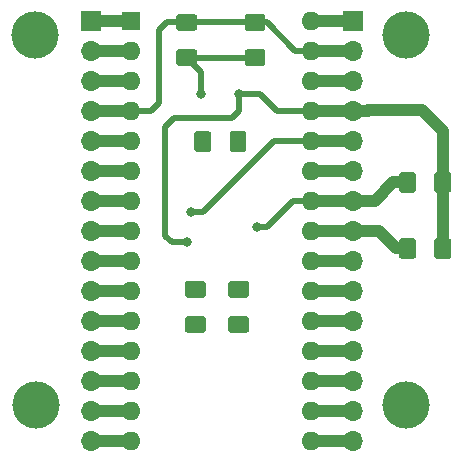
<source format=gbr>
G04 #@! TF.GenerationSoftware,KiCad,Pcbnew,5.0.1-33cea8e~68~ubuntu18.04.1*
G04 #@! TF.CreationDate,2018-11-12T21:08:02+01:00*
G04 #@! TF.ProjectId,ustepper_nano,75737465707065725F6E616E6F2E6B69,rev?*
G04 #@! TF.SameCoordinates,Original*
G04 #@! TF.FileFunction,Copper,L1,Top,Signal*
G04 #@! TF.FilePolarity,Positive*
%FSLAX46Y46*%
G04 Gerber Fmt 4.6, Leading zero omitted, Abs format (unit mm)*
G04 Created by KiCad (PCBNEW 5.0.1-33cea8e~68~ubuntu18.04.1) date lun 12 nov 2018 21:08:02 CET*
%MOMM*%
%LPD*%
G01*
G04 APERTURE LIST*
G04 #@! TA.AperFunction,ComponentPad*
%ADD10O,1.700000X1.700000*%
G04 #@! TD*
G04 #@! TA.AperFunction,ComponentPad*
%ADD11R,1.700000X1.700000*%
G04 #@! TD*
G04 #@! TA.AperFunction,ComponentPad*
%ADD12R,1.600000X1.600000*%
G04 #@! TD*
G04 #@! TA.AperFunction,ComponentPad*
%ADD13O,1.600000X1.600000*%
G04 #@! TD*
G04 #@! TA.AperFunction,Conductor*
%ADD14C,0.100000*%
G04 #@! TD*
G04 #@! TA.AperFunction,SMDPad,CuDef*
%ADD15C,1.425000*%
G04 #@! TD*
G04 #@! TA.AperFunction,ViaPad*
%ADD16C,4.000000*%
G04 #@! TD*
G04 #@! TA.AperFunction,ViaPad*
%ADD17C,0.800000*%
G04 #@! TD*
G04 #@! TA.AperFunction,Conductor*
%ADD18C,1.000000*%
G04 #@! TD*
G04 #@! TA.AperFunction,Conductor*
%ADD19C,0.500000*%
G04 #@! TD*
G04 #@! TA.AperFunction,Conductor*
%ADD20C,0.250000*%
G04 #@! TD*
G04 APERTURE END LIST*
D10*
G04 #@! TO.P,J7,15*
G04 #@! TO.N,D13-MS3*
X153583200Y-87948400D03*
G04 #@! TO.P,J7,14*
G04 #@! TO.N,17-3V3*
X153583200Y-85408400D03*
G04 #@! TO.P,J7,13*
G04 #@! TO.N,18-AREF*
X153583200Y-82868400D03*
G04 #@! TO.P,J7,12*
G04 #@! TO.N,A0-*
X153583200Y-80328400D03*
G04 #@! TO.P,J7,11*
G04 #@! TO.N,A1-*
X153583200Y-77788400D03*
G04 #@! TO.P,J7,10*
G04 #@! TO.N,A2-*
X153583200Y-75248400D03*
G04 #@! TO.P,J7,9*
G04 #@! TO.N,A3-*
X153583200Y-72708400D03*
G04 #@! TO.P,J7,8*
G04 #@! TO.N,A4-SDA*
X153583200Y-70168400D03*
G04 #@! TO.P,J7,7*
G04 #@! TO.N,A5-SCL*
X153583200Y-67628400D03*
G04 #@! TO.P,J7,6*
G04 #@! TO.N,A6-TEMP*
X153583200Y-65088400D03*
G04 #@! TO.P,J7,5*
G04 #@! TO.N,A7-ASA*
X153583200Y-62548400D03*
G04 #@! TO.P,J7,4*
G04 #@! TO.N,27-5V*
X153583200Y-60008400D03*
G04 #@! TO.P,J7,3*
G04 #@! TO.N,28-RST*
X153583200Y-57468400D03*
G04 #@! TO.P,J7,2*
G04 #@! TO.N,29-GND*
X153583200Y-54928400D03*
D11*
G04 #@! TO.P,J7,1*
G04 #@! TO.N,30-VIN*
X153583200Y-52388400D03*
G04 #@! TD*
D12*
G04 #@! TO.P,A2,1*
G04 #@! TO.N,D1-TXD*
X134716000Y-52400000D03*
D13*
G04 #@! TO.P,A2,17*
G04 #@! TO.N,17-3V3*
X149956000Y-85420000D03*
G04 #@! TO.P,A2,2*
G04 #@! TO.N,D0-RXD*
X134716000Y-54940000D03*
G04 #@! TO.P,A2,18*
G04 #@! TO.N,18-AREF*
X149956000Y-82880000D03*
G04 #@! TO.P,A2,3*
G04 #@! TO.N,3-RST*
X134716000Y-57480000D03*
G04 #@! TO.P,A2,19*
G04 #@! TO.N,A0-*
X149956000Y-80340000D03*
G04 #@! TO.P,A2,4*
G04 #@! TO.N,29-GND*
X134716000Y-60020000D03*
G04 #@! TO.P,A2,20*
G04 #@! TO.N,A1-*
X149956000Y-77800000D03*
G04 #@! TO.P,A2,5*
G04 #@! TO.N,D2-*
X134716000Y-62560000D03*
G04 #@! TO.P,A2,21*
G04 #@! TO.N,A2-*
X149956000Y-75260000D03*
G04 #@! TO.P,A2,6*
G04 #@! TO.N,D3-*
X134716000Y-65100000D03*
G04 #@! TO.P,A2,22*
G04 #@! TO.N,A3-*
X149956000Y-72720000D03*
G04 #@! TO.P,A2,7*
G04 #@! TO.N,D4-STEP*
X134716000Y-67640000D03*
G04 #@! TO.P,A2,23*
G04 #@! TO.N,A4-SDA*
X149956000Y-70180000D03*
G04 #@! TO.P,A2,8*
G04 #@! TO.N,D5-*
X134716000Y-70180000D03*
G04 #@! TO.P,A2,24*
G04 #@! TO.N,A5-SCL*
X149956000Y-67640000D03*
G04 #@! TO.P,A2,9*
G04 #@! TO.N,D6-*
X134716000Y-72720000D03*
G04 #@! TO.P,A2,25*
G04 #@! TO.N,A6-TEMP*
X149956000Y-65100000D03*
G04 #@! TO.P,A2,10*
G04 #@! TO.N,D7-DIR*
X134716000Y-75260000D03*
G04 #@! TO.P,A2,26*
G04 #@! TO.N,A7-ASA*
X149956000Y-62560000D03*
G04 #@! TO.P,A2,11*
G04 #@! TO.N,D8-ENA*
X134716000Y-77800000D03*
G04 #@! TO.P,A2,27*
G04 #@! TO.N,27-5V*
X149956000Y-60020000D03*
G04 #@! TO.P,A2,12*
G04 #@! TO.N,D9-*
X134716000Y-80340000D03*
G04 #@! TO.P,A2,28*
G04 #@! TO.N,28-RST*
X149956000Y-57480000D03*
G04 #@! TO.P,A2,13*
G04 #@! TO.N,D10-ASDIR*
X134716000Y-82880000D03*
G04 #@! TO.P,A2,29*
G04 #@! TO.N,29-GND*
X149956000Y-54940000D03*
G04 #@! TO.P,A2,14*
G04 #@! TO.N,D11-MS1*
X134716000Y-85420000D03*
G04 #@! TO.P,A2,30*
G04 #@! TO.N,30-VIN*
X149956000Y-52400000D03*
G04 #@! TO.P,A2,15*
G04 #@! TO.N,D12-MS2*
X134716000Y-87960000D03*
G04 #@! TO.P,A2,16*
G04 #@! TO.N,D13-MS3*
X149956000Y-87960000D03*
G04 #@! TD*
D11*
G04 #@! TO.P,J6,1*
G04 #@! TO.N,D1-TXD*
X131409000Y-52388400D03*
D10*
G04 #@! TO.P,J6,2*
G04 #@! TO.N,D0-RXD*
X131409000Y-54928400D03*
G04 #@! TO.P,J6,3*
G04 #@! TO.N,3-RST*
X131409000Y-57468400D03*
G04 #@! TO.P,J6,4*
G04 #@! TO.N,29-GND*
X131409000Y-60008400D03*
G04 #@! TO.P,J6,5*
G04 #@! TO.N,D2-*
X131409000Y-62548400D03*
G04 #@! TO.P,J6,6*
G04 #@! TO.N,D3-*
X131409000Y-65088400D03*
G04 #@! TO.P,J6,7*
G04 #@! TO.N,D4-STEP*
X131409000Y-67628400D03*
G04 #@! TO.P,J6,8*
G04 #@! TO.N,D5-*
X131409000Y-70168400D03*
G04 #@! TO.P,J6,9*
G04 #@! TO.N,D6-*
X131409000Y-72708400D03*
G04 #@! TO.P,J6,10*
G04 #@! TO.N,D7-DIR*
X131409000Y-75248400D03*
G04 #@! TO.P,J6,11*
G04 #@! TO.N,D8-ENA*
X131409000Y-77788400D03*
G04 #@! TO.P,J6,12*
G04 #@! TO.N,D9-*
X131409000Y-80328400D03*
G04 #@! TO.P,J6,13*
G04 #@! TO.N,D10-ASDIR*
X131409000Y-82868400D03*
G04 #@! TO.P,J6,14*
G04 #@! TO.N,D11-MS1*
X131409000Y-85408400D03*
G04 #@! TO.P,J6,15*
G04 #@! TO.N,D12-MS2*
X131409000Y-87948400D03*
G04 #@! TD*
D14*
G04 #@! TO.N,A6-TEMP*
G04 #@! TO.C,C1*
G36*
X140123004Y-54777504D02*
X140147273Y-54781104D01*
X140171071Y-54787065D01*
X140194171Y-54795330D01*
X140216349Y-54805820D01*
X140237393Y-54818433D01*
X140257098Y-54833047D01*
X140275277Y-54849523D01*
X140291753Y-54867702D01*
X140306367Y-54887407D01*
X140318980Y-54908451D01*
X140329470Y-54930629D01*
X140337735Y-54953729D01*
X140343696Y-54977527D01*
X140347296Y-55001796D01*
X140348500Y-55026300D01*
X140348500Y-55951300D01*
X140347296Y-55975804D01*
X140343696Y-56000073D01*
X140337735Y-56023871D01*
X140329470Y-56046971D01*
X140318980Y-56069149D01*
X140306367Y-56090193D01*
X140291753Y-56109898D01*
X140275277Y-56128077D01*
X140257098Y-56144553D01*
X140237393Y-56159167D01*
X140216349Y-56171780D01*
X140194171Y-56182270D01*
X140171071Y-56190535D01*
X140147273Y-56196496D01*
X140123004Y-56200096D01*
X140098500Y-56201300D01*
X138848500Y-56201300D01*
X138823996Y-56200096D01*
X138799727Y-56196496D01*
X138775929Y-56190535D01*
X138752829Y-56182270D01*
X138730651Y-56171780D01*
X138709607Y-56159167D01*
X138689902Y-56144553D01*
X138671723Y-56128077D01*
X138655247Y-56109898D01*
X138640633Y-56090193D01*
X138628020Y-56069149D01*
X138617530Y-56046971D01*
X138609265Y-56023871D01*
X138603304Y-56000073D01*
X138599704Y-55975804D01*
X138598500Y-55951300D01*
X138598500Y-55026300D01*
X138599704Y-55001796D01*
X138603304Y-54977527D01*
X138609265Y-54953729D01*
X138617530Y-54930629D01*
X138628020Y-54908451D01*
X138640633Y-54887407D01*
X138655247Y-54867702D01*
X138671723Y-54849523D01*
X138689902Y-54833047D01*
X138709607Y-54818433D01*
X138730651Y-54805820D01*
X138752829Y-54795330D01*
X138775929Y-54787065D01*
X138799727Y-54781104D01*
X138823996Y-54777504D01*
X138848500Y-54776300D01*
X140098500Y-54776300D01*
X140123004Y-54777504D01*
X140123004Y-54777504D01*
G37*
D15*
G04 #@! TD*
G04 #@! TO.P,C1,1*
G04 #@! TO.N,A6-TEMP*
X139473500Y-55488800D03*
D14*
G04 #@! TO.N,29-GND*
G04 #@! TO.C,C1*
G36*
X140123004Y-51802504D02*
X140147273Y-51806104D01*
X140171071Y-51812065D01*
X140194171Y-51820330D01*
X140216349Y-51830820D01*
X140237393Y-51843433D01*
X140257098Y-51858047D01*
X140275277Y-51874523D01*
X140291753Y-51892702D01*
X140306367Y-51912407D01*
X140318980Y-51933451D01*
X140329470Y-51955629D01*
X140337735Y-51978729D01*
X140343696Y-52002527D01*
X140347296Y-52026796D01*
X140348500Y-52051300D01*
X140348500Y-52976300D01*
X140347296Y-53000804D01*
X140343696Y-53025073D01*
X140337735Y-53048871D01*
X140329470Y-53071971D01*
X140318980Y-53094149D01*
X140306367Y-53115193D01*
X140291753Y-53134898D01*
X140275277Y-53153077D01*
X140257098Y-53169553D01*
X140237393Y-53184167D01*
X140216349Y-53196780D01*
X140194171Y-53207270D01*
X140171071Y-53215535D01*
X140147273Y-53221496D01*
X140123004Y-53225096D01*
X140098500Y-53226300D01*
X138848500Y-53226300D01*
X138823996Y-53225096D01*
X138799727Y-53221496D01*
X138775929Y-53215535D01*
X138752829Y-53207270D01*
X138730651Y-53196780D01*
X138709607Y-53184167D01*
X138689902Y-53169553D01*
X138671723Y-53153077D01*
X138655247Y-53134898D01*
X138640633Y-53115193D01*
X138628020Y-53094149D01*
X138617530Y-53071971D01*
X138609265Y-53048871D01*
X138603304Y-53025073D01*
X138599704Y-53000804D01*
X138598500Y-52976300D01*
X138598500Y-52051300D01*
X138599704Y-52026796D01*
X138603304Y-52002527D01*
X138609265Y-51978729D01*
X138617530Y-51955629D01*
X138628020Y-51933451D01*
X138640633Y-51912407D01*
X138655247Y-51892702D01*
X138671723Y-51874523D01*
X138689902Y-51858047D01*
X138709607Y-51843433D01*
X138730651Y-51830820D01*
X138752829Y-51820330D01*
X138775929Y-51812065D01*
X138799727Y-51806104D01*
X138823996Y-51802504D01*
X138848500Y-51801300D01*
X140098500Y-51801300D01*
X140123004Y-51802504D01*
X140123004Y-51802504D01*
G37*
D15*
G04 #@! TD*
G04 #@! TO.P,C1,2*
G04 #@! TO.N,29-GND*
X139473500Y-52513800D03*
D14*
G04 #@! TO.N,27-5V*
G04 #@! TO.C,C2*
G36*
X144517204Y-74395804D02*
X144541473Y-74399404D01*
X144565271Y-74405365D01*
X144588371Y-74413630D01*
X144610549Y-74424120D01*
X144631593Y-74436733D01*
X144651298Y-74451347D01*
X144669477Y-74467823D01*
X144685953Y-74486002D01*
X144700567Y-74505707D01*
X144713180Y-74526751D01*
X144723670Y-74548929D01*
X144731935Y-74572029D01*
X144737896Y-74595827D01*
X144741496Y-74620096D01*
X144742700Y-74644600D01*
X144742700Y-75569600D01*
X144741496Y-75594104D01*
X144737896Y-75618373D01*
X144731935Y-75642171D01*
X144723670Y-75665271D01*
X144713180Y-75687449D01*
X144700567Y-75708493D01*
X144685953Y-75728198D01*
X144669477Y-75746377D01*
X144651298Y-75762853D01*
X144631593Y-75777467D01*
X144610549Y-75790080D01*
X144588371Y-75800570D01*
X144565271Y-75808835D01*
X144541473Y-75814796D01*
X144517204Y-75818396D01*
X144492700Y-75819600D01*
X143242700Y-75819600D01*
X143218196Y-75818396D01*
X143193927Y-75814796D01*
X143170129Y-75808835D01*
X143147029Y-75800570D01*
X143124851Y-75790080D01*
X143103807Y-75777467D01*
X143084102Y-75762853D01*
X143065923Y-75746377D01*
X143049447Y-75728198D01*
X143034833Y-75708493D01*
X143022220Y-75687449D01*
X143011730Y-75665271D01*
X143003465Y-75642171D01*
X142997504Y-75618373D01*
X142993904Y-75594104D01*
X142992700Y-75569600D01*
X142992700Y-74644600D01*
X142993904Y-74620096D01*
X142997504Y-74595827D01*
X143003465Y-74572029D01*
X143011730Y-74548929D01*
X143022220Y-74526751D01*
X143034833Y-74505707D01*
X143049447Y-74486002D01*
X143065923Y-74467823D01*
X143084102Y-74451347D01*
X143103807Y-74436733D01*
X143124851Y-74424120D01*
X143147029Y-74413630D01*
X143170129Y-74405365D01*
X143193927Y-74399404D01*
X143218196Y-74395804D01*
X143242700Y-74394600D01*
X144492700Y-74394600D01*
X144517204Y-74395804D01*
X144517204Y-74395804D01*
G37*
D15*
G04 #@! TD*
G04 #@! TO.P,C2,1*
G04 #@! TO.N,27-5V*
X143867700Y-75107100D03*
D14*
G04 #@! TO.N,29-GND*
G04 #@! TO.C,C2*
G36*
X144517204Y-77370804D02*
X144541473Y-77374404D01*
X144565271Y-77380365D01*
X144588371Y-77388630D01*
X144610549Y-77399120D01*
X144631593Y-77411733D01*
X144651298Y-77426347D01*
X144669477Y-77442823D01*
X144685953Y-77461002D01*
X144700567Y-77480707D01*
X144713180Y-77501751D01*
X144723670Y-77523929D01*
X144731935Y-77547029D01*
X144737896Y-77570827D01*
X144741496Y-77595096D01*
X144742700Y-77619600D01*
X144742700Y-78544600D01*
X144741496Y-78569104D01*
X144737896Y-78593373D01*
X144731935Y-78617171D01*
X144723670Y-78640271D01*
X144713180Y-78662449D01*
X144700567Y-78683493D01*
X144685953Y-78703198D01*
X144669477Y-78721377D01*
X144651298Y-78737853D01*
X144631593Y-78752467D01*
X144610549Y-78765080D01*
X144588371Y-78775570D01*
X144565271Y-78783835D01*
X144541473Y-78789796D01*
X144517204Y-78793396D01*
X144492700Y-78794600D01*
X143242700Y-78794600D01*
X143218196Y-78793396D01*
X143193927Y-78789796D01*
X143170129Y-78783835D01*
X143147029Y-78775570D01*
X143124851Y-78765080D01*
X143103807Y-78752467D01*
X143084102Y-78737853D01*
X143065923Y-78721377D01*
X143049447Y-78703198D01*
X143034833Y-78683493D01*
X143022220Y-78662449D01*
X143011730Y-78640271D01*
X143003465Y-78617171D01*
X142997504Y-78593373D01*
X142993904Y-78569104D01*
X142992700Y-78544600D01*
X142992700Y-77619600D01*
X142993904Y-77595096D01*
X142997504Y-77570827D01*
X143003465Y-77547029D01*
X143011730Y-77523929D01*
X143022220Y-77501751D01*
X143034833Y-77480707D01*
X143049447Y-77461002D01*
X143065923Y-77442823D01*
X143084102Y-77426347D01*
X143103807Y-77411733D01*
X143124851Y-77399120D01*
X143147029Y-77388630D01*
X143170129Y-77380365D01*
X143193927Y-77374404D01*
X143218196Y-77370804D01*
X143242700Y-77369600D01*
X144492700Y-77369600D01*
X144517204Y-77370804D01*
X144517204Y-77370804D01*
G37*
D15*
G04 #@! TD*
G04 #@! TO.P,C2,2*
G04 #@! TO.N,29-GND*
X143867700Y-78082100D03*
D14*
G04 #@! TO.N,29-GND*
G04 #@! TO.C,C3*
G36*
X140859604Y-77370804D02*
X140883873Y-77374404D01*
X140907671Y-77380365D01*
X140930771Y-77388630D01*
X140952949Y-77399120D01*
X140973993Y-77411733D01*
X140993698Y-77426347D01*
X141011877Y-77442823D01*
X141028353Y-77461002D01*
X141042967Y-77480707D01*
X141055580Y-77501751D01*
X141066070Y-77523929D01*
X141074335Y-77547029D01*
X141080296Y-77570827D01*
X141083896Y-77595096D01*
X141085100Y-77619600D01*
X141085100Y-78544600D01*
X141083896Y-78569104D01*
X141080296Y-78593373D01*
X141074335Y-78617171D01*
X141066070Y-78640271D01*
X141055580Y-78662449D01*
X141042967Y-78683493D01*
X141028353Y-78703198D01*
X141011877Y-78721377D01*
X140993698Y-78737853D01*
X140973993Y-78752467D01*
X140952949Y-78765080D01*
X140930771Y-78775570D01*
X140907671Y-78783835D01*
X140883873Y-78789796D01*
X140859604Y-78793396D01*
X140835100Y-78794600D01*
X139585100Y-78794600D01*
X139560596Y-78793396D01*
X139536327Y-78789796D01*
X139512529Y-78783835D01*
X139489429Y-78775570D01*
X139467251Y-78765080D01*
X139446207Y-78752467D01*
X139426502Y-78737853D01*
X139408323Y-78721377D01*
X139391847Y-78703198D01*
X139377233Y-78683493D01*
X139364620Y-78662449D01*
X139354130Y-78640271D01*
X139345865Y-78617171D01*
X139339904Y-78593373D01*
X139336304Y-78569104D01*
X139335100Y-78544600D01*
X139335100Y-77619600D01*
X139336304Y-77595096D01*
X139339904Y-77570827D01*
X139345865Y-77547029D01*
X139354130Y-77523929D01*
X139364620Y-77501751D01*
X139377233Y-77480707D01*
X139391847Y-77461002D01*
X139408323Y-77442823D01*
X139426502Y-77426347D01*
X139446207Y-77411733D01*
X139467251Y-77399120D01*
X139489429Y-77388630D01*
X139512529Y-77380365D01*
X139536327Y-77374404D01*
X139560596Y-77370804D01*
X139585100Y-77369600D01*
X140835100Y-77369600D01*
X140859604Y-77370804D01*
X140859604Y-77370804D01*
G37*
D15*
G04 #@! TD*
G04 #@! TO.P,C3,2*
G04 #@! TO.N,29-GND*
X140210100Y-78082100D03*
D14*
G04 #@! TO.N,Net-(C3-Pad1)*
G04 #@! TO.C,C3*
G36*
X140859604Y-74395804D02*
X140883873Y-74399404D01*
X140907671Y-74405365D01*
X140930771Y-74413630D01*
X140952949Y-74424120D01*
X140973993Y-74436733D01*
X140993698Y-74451347D01*
X141011877Y-74467823D01*
X141028353Y-74486002D01*
X141042967Y-74505707D01*
X141055580Y-74526751D01*
X141066070Y-74548929D01*
X141074335Y-74572029D01*
X141080296Y-74595827D01*
X141083896Y-74620096D01*
X141085100Y-74644600D01*
X141085100Y-75569600D01*
X141083896Y-75594104D01*
X141080296Y-75618373D01*
X141074335Y-75642171D01*
X141066070Y-75665271D01*
X141055580Y-75687449D01*
X141042967Y-75708493D01*
X141028353Y-75728198D01*
X141011877Y-75746377D01*
X140993698Y-75762853D01*
X140973993Y-75777467D01*
X140952949Y-75790080D01*
X140930771Y-75800570D01*
X140907671Y-75808835D01*
X140883873Y-75814796D01*
X140859604Y-75818396D01*
X140835100Y-75819600D01*
X139585100Y-75819600D01*
X139560596Y-75818396D01*
X139536327Y-75814796D01*
X139512529Y-75808835D01*
X139489429Y-75800570D01*
X139467251Y-75790080D01*
X139446207Y-75777467D01*
X139426502Y-75762853D01*
X139408323Y-75746377D01*
X139391847Y-75728198D01*
X139377233Y-75708493D01*
X139364620Y-75687449D01*
X139354130Y-75665271D01*
X139345865Y-75642171D01*
X139339904Y-75618373D01*
X139336304Y-75594104D01*
X139335100Y-75569600D01*
X139335100Y-74644600D01*
X139336304Y-74620096D01*
X139339904Y-74595827D01*
X139345865Y-74572029D01*
X139354130Y-74548929D01*
X139364620Y-74526751D01*
X139377233Y-74505707D01*
X139391847Y-74486002D01*
X139408323Y-74467823D01*
X139426502Y-74451347D01*
X139446207Y-74436733D01*
X139467251Y-74424120D01*
X139489429Y-74413630D01*
X139512529Y-74405365D01*
X139536327Y-74399404D01*
X139560596Y-74395804D01*
X139585100Y-74394600D01*
X140835100Y-74394600D01*
X140859604Y-74395804D01*
X140859604Y-74395804D01*
G37*
D15*
G04 #@! TD*
G04 #@! TO.P,C3,1*
G04 #@! TO.N,Net-(C3-Pad1)*
X140210100Y-75107100D03*
D14*
G04 #@! TO.N,29-GND*
G04 #@! TO.C,R1*
G36*
X145914204Y-51802504D02*
X145938473Y-51806104D01*
X145962271Y-51812065D01*
X145985371Y-51820330D01*
X146007549Y-51830820D01*
X146028593Y-51843433D01*
X146048298Y-51858047D01*
X146066477Y-51874523D01*
X146082953Y-51892702D01*
X146097567Y-51912407D01*
X146110180Y-51933451D01*
X146120670Y-51955629D01*
X146128935Y-51978729D01*
X146134896Y-52002527D01*
X146138496Y-52026796D01*
X146139700Y-52051300D01*
X146139700Y-52976300D01*
X146138496Y-53000804D01*
X146134896Y-53025073D01*
X146128935Y-53048871D01*
X146120670Y-53071971D01*
X146110180Y-53094149D01*
X146097567Y-53115193D01*
X146082953Y-53134898D01*
X146066477Y-53153077D01*
X146048298Y-53169553D01*
X146028593Y-53184167D01*
X146007549Y-53196780D01*
X145985371Y-53207270D01*
X145962271Y-53215535D01*
X145938473Y-53221496D01*
X145914204Y-53225096D01*
X145889700Y-53226300D01*
X144639700Y-53226300D01*
X144615196Y-53225096D01*
X144590927Y-53221496D01*
X144567129Y-53215535D01*
X144544029Y-53207270D01*
X144521851Y-53196780D01*
X144500807Y-53184167D01*
X144481102Y-53169553D01*
X144462923Y-53153077D01*
X144446447Y-53134898D01*
X144431833Y-53115193D01*
X144419220Y-53094149D01*
X144408730Y-53071971D01*
X144400465Y-53048871D01*
X144394504Y-53025073D01*
X144390904Y-53000804D01*
X144389700Y-52976300D01*
X144389700Y-52051300D01*
X144390904Y-52026796D01*
X144394504Y-52002527D01*
X144400465Y-51978729D01*
X144408730Y-51955629D01*
X144419220Y-51933451D01*
X144431833Y-51912407D01*
X144446447Y-51892702D01*
X144462923Y-51874523D01*
X144481102Y-51858047D01*
X144500807Y-51843433D01*
X144521851Y-51830820D01*
X144544029Y-51820330D01*
X144567129Y-51812065D01*
X144590927Y-51806104D01*
X144615196Y-51802504D01*
X144639700Y-51801300D01*
X145889700Y-51801300D01*
X145914204Y-51802504D01*
X145914204Y-51802504D01*
G37*
D15*
G04 #@! TD*
G04 #@! TO.P,R1,2*
G04 #@! TO.N,29-GND*
X145264700Y-52513800D03*
D14*
G04 #@! TO.N,A6-TEMP*
G04 #@! TO.C,R1*
G36*
X145914204Y-54777504D02*
X145938473Y-54781104D01*
X145962271Y-54787065D01*
X145985371Y-54795330D01*
X146007549Y-54805820D01*
X146028593Y-54818433D01*
X146048298Y-54833047D01*
X146066477Y-54849523D01*
X146082953Y-54867702D01*
X146097567Y-54887407D01*
X146110180Y-54908451D01*
X146120670Y-54930629D01*
X146128935Y-54953729D01*
X146134896Y-54977527D01*
X146138496Y-55001796D01*
X146139700Y-55026300D01*
X146139700Y-55951300D01*
X146138496Y-55975804D01*
X146134896Y-56000073D01*
X146128935Y-56023871D01*
X146120670Y-56046971D01*
X146110180Y-56069149D01*
X146097567Y-56090193D01*
X146082953Y-56109898D01*
X146066477Y-56128077D01*
X146048298Y-56144553D01*
X146028593Y-56159167D01*
X146007549Y-56171780D01*
X145985371Y-56182270D01*
X145962271Y-56190535D01*
X145938473Y-56196496D01*
X145914204Y-56200096D01*
X145889700Y-56201300D01*
X144639700Y-56201300D01*
X144615196Y-56200096D01*
X144590927Y-56196496D01*
X144567129Y-56190535D01*
X144544029Y-56182270D01*
X144521851Y-56171780D01*
X144500807Y-56159167D01*
X144481102Y-56144553D01*
X144462923Y-56128077D01*
X144446447Y-56109898D01*
X144431833Y-56090193D01*
X144419220Y-56069149D01*
X144408730Y-56046971D01*
X144400465Y-56023871D01*
X144394504Y-56000073D01*
X144390904Y-55975804D01*
X144389700Y-55951300D01*
X144389700Y-55026300D01*
X144390904Y-55001796D01*
X144394504Y-54977527D01*
X144400465Y-54953729D01*
X144408730Y-54930629D01*
X144419220Y-54908451D01*
X144431833Y-54887407D01*
X144446447Y-54867702D01*
X144462923Y-54849523D01*
X144481102Y-54833047D01*
X144500807Y-54818433D01*
X144521851Y-54805820D01*
X144544029Y-54795330D01*
X144567129Y-54787065D01*
X144590927Y-54781104D01*
X144615196Y-54777504D01*
X144639700Y-54776300D01*
X145889700Y-54776300D01*
X145914204Y-54777504D01*
X145914204Y-54777504D01*
G37*
D15*
G04 #@! TD*
G04 #@! TO.P,R1,1*
G04 #@! TO.N,A6-TEMP*
X145264700Y-55488800D03*
D14*
G04 #@! TO.N,Net-(R2-Pad1)*
G04 #@! TO.C,R2*
G36*
X144297569Y-61726731D02*
X144321838Y-61730331D01*
X144345636Y-61736292D01*
X144368736Y-61744557D01*
X144390914Y-61755047D01*
X144411958Y-61767660D01*
X144431663Y-61782274D01*
X144449842Y-61798750D01*
X144466318Y-61816929D01*
X144480932Y-61836634D01*
X144493545Y-61857678D01*
X144504035Y-61879856D01*
X144512300Y-61902956D01*
X144518261Y-61926754D01*
X144521861Y-61951023D01*
X144523065Y-61975527D01*
X144523065Y-63225527D01*
X144521861Y-63250031D01*
X144518261Y-63274300D01*
X144512300Y-63298098D01*
X144504035Y-63321198D01*
X144493545Y-63343376D01*
X144480932Y-63364420D01*
X144466318Y-63384125D01*
X144449842Y-63402304D01*
X144431663Y-63418780D01*
X144411958Y-63433394D01*
X144390914Y-63446007D01*
X144368736Y-63456497D01*
X144345636Y-63464762D01*
X144321838Y-63470723D01*
X144297569Y-63474323D01*
X144273065Y-63475527D01*
X143348065Y-63475527D01*
X143323561Y-63474323D01*
X143299292Y-63470723D01*
X143275494Y-63464762D01*
X143252394Y-63456497D01*
X143230216Y-63446007D01*
X143209172Y-63433394D01*
X143189467Y-63418780D01*
X143171288Y-63402304D01*
X143154812Y-63384125D01*
X143140198Y-63364420D01*
X143127585Y-63343376D01*
X143117095Y-63321198D01*
X143108830Y-63298098D01*
X143102869Y-63274300D01*
X143099269Y-63250031D01*
X143098065Y-63225527D01*
X143098065Y-61975527D01*
X143099269Y-61951023D01*
X143102869Y-61926754D01*
X143108830Y-61902956D01*
X143117095Y-61879856D01*
X143127585Y-61857678D01*
X143140198Y-61836634D01*
X143154812Y-61816929D01*
X143171288Y-61798750D01*
X143189467Y-61782274D01*
X143209172Y-61767660D01*
X143230216Y-61755047D01*
X143252394Y-61744557D01*
X143275494Y-61736292D01*
X143299292Y-61730331D01*
X143323561Y-61726731D01*
X143348065Y-61725527D01*
X144273065Y-61725527D01*
X144297569Y-61726731D01*
X144297569Y-61726731D01*
G37*
D15*
G04 #@! TD*
G04 #@! TO.P,R2,1*
G04 #@! TO.N,Net-(R2-Pad1)*
X143810565Y-62600527D03*
D14*
G04 #@! TO.N,29-GND*
G04 #@! TO.C,R2*
G36*
X141322569Y-61726731D02*
X141346838Y-61730331D01*
X141370636Y-61736292D01*
X141393736Y-61744557D01*
X141415914Y-61755047D01*
X141436958Y-61767660D01*
X141456663Y-61782274D01*
X141474842Y-61798750D01*
X141491318Y-61816929D01*
X141505932Y-61836634D01*
X141518545Y-61857678D01*
X141529035Y-61879856D01*
X141537300Y-61902956D01*
X141543261Y-61926754D01*
X141546861Y-61951023D01*
X141548065Y-61975527D01*
X141548065Y-63225527D01*
X141546861Y-63250031D01*
X141543261Y-63274300D01*
X141537300Y-63298098D01*
X141529035Y-63321198D01*
X141518545Y-63343376D01*
X141505932Y-63364420D01*
X141491318Y-63384125D01*
X141474842Y-63402304D01*
X141456663Y-63418780D01*
X141436958Y-63433394D01*
X141415914Y-63446007D01*
X141393736Y-63456497D01*
X141370636Y-63464762D01*
X141346838Y-63470723D01*
X141322569Y-63474323D01*
X141298065Y-63475527D01*
X140373065Y-63475527D01*
X140348561Y-63474323D01*
X140324292Y-63470723D01*
X140300494Y-63464762D01*
X140277394Y-63456497D01*
X140255216Y-63446007D01*
X140234172Y-63433394D01*
X140214467Y-63418780D01*
X140196288Y-63402304D01*
X140179812Y-63384125D01*
X140165198Y-63364420D01*
X140152585Y-63343376D01*
X140142095Y-63321198D01*
X140133830Y-63298098D01*
X140127869Y-63274300D01*
X140124269Y-63250031D01*
X140123065Y-63225527D01*
X140123065Y-61975527D01*
X140124269Y-61951023D01*
X140127869Y-61926754D01*
X140133830Y-61902956D01*
X140142095Y-61879856D01*
X140152585Y-61857678D01*
X140165198Y-61836634D01*
X140179812Y-61816929D01*
X140196288Y-61798750D01*
X140214467Y-61782274D01*
X140234172Y-61767660D01*
X140255216Y-61755047D01*
X140277394Y-61744557D01*
X140300494Y-61736292D01*
X140324292Y-61730331D01*
X140348561Y-61726731D01*
X140373065Y-61725527D01*
X141298065Y-61725527D01*
X141322569Y-61726731D01*
X141322569Y-61726731D01*
G37*
D15*
G04 #@! TD*
G04 #@! TO.P,R2,2*
G04 #@! TO.N,29-GND*
X140835565Y-62600527D03*
D14*
G04 #@! TO.N,A4-SDA*
G04 #@! TO.C,R3*
G36*
X158658304Y-70779404D02*
X158682573Y-70783004D01*
X158706371Y-70788965D01*
X158729471Y-70797230D01*
X158751649Y-70807720D01*
X158772693Y-70820333D01*
X158792398Y-70834947D01*
X158810577Y-70851423D01*
X158827053Y-70869602D01*
X158841667Y-70889307D01*
X158854280Y-70910351D01*
X158864770Y-70932529D01*
X158873035Y-70955629D01*
X158878996Y-70979427D01*
X158882596Y-71003696D01*
X158883800Y-71028200D01*
X158883800Y-72278200D01*
X158882596Y-72302704D01*
X158878996Y-72326973D01*
X158873035Y-72350771D01*
X158864770Y-72373871D01*
X158854280Y-72396049D01*
X158841667Y-72417093D01*
X158827053Y-72436798D01*
X158810577Y-72454977D01*
X158792398Y-72471453D01*
X158772693Y-72486067D01*
X158751649Y-72498680D01*
X158729471Y-72509170D01*
X158706371Y-72517435D01*
X158682573Y-72523396D01*
X158658304Y-72526996D01*
X158633800Y-72528200D01*
X157708800Y-72528200D01*
X157684296Y-72526996D01*
X157660027Y-72523396D01*
X157636229Y-72517435D01*
X157613129Y-72509170D01*
X157590951Y-72498680D01*
X157569907Y-72486067D01*
X157550202Y-72471453D01*
X157532023Y-72454977D01*
X157515547Y-72436798D01*
X157500933Y-72417093D01*
X157488320Y-72396049D01*
X157477830Y-72373871D01*
X157469565Y-72350771D01*
X157463604Y-72326973D01*
X157460004Y-72302704D01*
X157458800Y-72278200D01*
X157458800Y-71028200D01*
X157460004Y-71003696D01*
X157463604Y-70979427D01*
X157469565Y-70955629D01*
X157477830Y-70932529D01*
X157488320Y-70910351D01*
X157500933Y-70889307D01*
X157515547Y-70869602D01*
X157532023Y-70851423D01*
X157550202Y-70834947D01*
X157569907Y-70820333D01*
X157590951Y-70807720D01*
X157613129Y-70797230D01*
X157636229Y-70788965D01*
X157660027Y-70783004D01*
X157684296Y-70779404D01*
X157708800Y-70778200D01*
X158633800Y-70778200D01*
X158658304Y-70779404D01*
X158658304Y-70779404D01*
G37*
D15*
G04 #@! TD*
G04 #@! TO.P,R3,2*
G04 #@! TO.N,A4-SDA*
X158171300Y-71653200D03*
D14*
G04 #@! TO.N,27-5V*
G04 #@! TO.C,R3*
G36*
X161633304Y-70779404D02*
X161657573Y-70783004D01*
X161681371Y-70788965D01*
X161704471Y-70797230D01*
X161726649Y-70807720D01*
X161747693Y-70820333D01*
X161767398Y-70834947D01*
X161785577Y-70851423D01*
X161802053Y-70869602D01*
X161816667Y-70889307D01*
X161829280Y-70910351D01*
X161839770Y-70932529D01*
X161848035Y-70955629D01*
X161853996Y-70979427D01*
X161857596Y-71003696D01*
X161858800Y-71028200D01*
X161858800Y-72278200D01*
X161857596Y-72302704D01*
X161853996Y-72326973D01*
X161848035Y-72350771D01*
X161839770Y-72373871D01*
X161829280Y-72396049D01*
X161816667Y-72417093D01*
X161802053Y-72436798D01*
X161785577Y-72454977D01*
X161767398Y-72471453D01*
X161747693Y-72486067D01*
X161726649Y-72498680D01*
X161704471Y-72509170D01*
X161681371Y-72517435D01*
X161657573Y-72523396D01*
X161633304Y-72526996D01*
X161608800Y-72528200D01*
X160683800Y-72528200D01*
X160659296Y-72526996D01*
X160635027Y-72523396D01*
X160611229Y-72517435D01*
X160588129Y-72509170D01*
X160565951Y-72498680D01*
X160544907Y-72486067D01*
X160525202Y-72471453D01*
X160507023Y-72454977D01*
X160490547Y-72436798D01*
X160475933Y-72417093D01*
X160463320Y-72396049D01*
X160452830Y-72373871D01*
X160444565Y-72350771D01*
X160438604Y-72326973D01*
X160435004Y-72302704D01*
X160433800Y-72278200D01*
X160433800Y-71028200D01*
X160435004Y-71003696D01*
X160438604Y-70979427D01*
X160444565Y-70955629D01*
X160452830Y-70932529D01*
X160463320Y-70910351D01*
X160475933Y-70889307D01*
X160490547Y-70869602D01*
X160507023Y-70851423D01*
X160525202Y-70834947D01*
X160544907Y-70820333D01*
X160565951Y-70807720D01*
X160588129Y-70797230D01*
X160611229Y-70788965D01*
X160635027Y-70783004D01*
X160659296Y-70779404D01*
X160683800Y-70778200D01*
X161608800Y-70778200D01*
X161633304Y-70779404D01*
X161633304Y-70779404D01*
G37*
D15*
G04 #@! TD*
G04 #@! TO.P,R3,1*
G04 #@! TO.N,27-5V*
X161146300Y-71653200D03*
D14*
G04 #@! TO.N,27-5V*
G04 #@! TO.C,R4*
G36*
X161633304Y-65179804D02*
X161657573Y-65183404D01*
X161681371Y-65189365D01*
X161704471Y-65197630D01*
X161726649Y-65208120D01*
X161747693Y-65220733D01*
X161767398Y-65235347D01*
X161785577Y-65251823D01*
X161802053Y-65270002D01*
X161816667Y-65289707D01*
X161829280Y-65310751D01*
X161839770Y-65332929D01*
X161848035Y-65356029D01*
X161853996Y-65379827D01*
X161857596Y-65404096D01*
X161858800Y-65428600D01*
X161858800Y-66678600D01*
X161857596Y-66703104D01*
X161853996Y-66727373D01*
X161848035Y-66751171D01*
X161839770Y-66774271D01*
X161829280Y-66796449D01*
X161816667Y-66817493D01*
X161802053Y-66837198D01*
X161785577Y-66855377D01*
X161767398Y-66871853D01*
X161747693Y-66886467D01*
X161726649Y-66899080D01*
X161704471Y-66909570D01*
X161681371Y-66917835D01*
X161657573Y-66923796D01*
X161633304Y-66927396D01*
X161608800Y-66928600D01*
X160683800Y-66928600D01*
X160659296Y-66927396D01*
X160635027Y-66923796D01*
X160611229Y-66917835D01*
X160588129Y-66909570D01*
X160565951Y-66899080D01*
X160544907Y-66886467D01*
X160525202Y-66871853D01*
X160507023Y-66855377D01*
X160490547Y-66837198D01*
X160475933Y-66817493D01*
X160463320Y-66796449D01*
X160452830Y-66774271D01*
X160444565Y-66751171D01*
X160438604Y-66727373D01*
X160435004Y-66703104D01*
X160433800Y-66678600D01*
X160433800Y-65428600D01*
X160435004Y-65404096D01*
X160438604Y-65379827D01*
X160444565Y-65356029D01*
X160452830Y-65332929D01*
X160463320Y-65310751D01*
X160475933Y-65289707D01*
X160490547Y-65270002D01*
X160507023Y-65251823D01*
X160525202Y-65235347D01*
X160544907Y-65220733D01*
X160565951Y-65208120D01*
X160588129Y-65197630D01*
X160611229Y-65189365D01*
X160635027Y-65183404D01*
X160659296Y-65179804D01*
X160683800Y-65178600D01*
X161608800Y-65178600D01*
X161633304Y-65179804D01*
X161633304Y-65179804D01*
G37*
D15*
G04 #@! TD*
G04 #@! TO.P,R4,1*
G04 #@! TO.N,27-5V*
X161146300Y-66053600D03*
D14*
G04 #@! TO.N,A5-SCL*
G04 #@! TO.C,R4*
G36*
X158658304Y-65179804D02*
X158682573Y-65183404D01*
X158706371Y-65189365D01*
X158729471Y-65197630D01*
X158751649Y-65208120D01*
X158772693Y-65220733D01*
X158792398Y-65235347D01*
X158810577Y-65251823D01*
X158827053Y-65270002D01*
X158841667Y-65289707D01*
X158854280Y-65310751D01*
X158864770Y-65332929D01*
X158873035Y-65356029D01*
X158878996Y-65379827D01*
X158882596Y-65404096D01*
X158883800Y-65428600D01*
X158883800Y-66678600D01*
X158882596Y-66703104D01*
X158878996Y-66727373D01*
X158873035Y-66751171D01*
X158864770Y-66774271D01*
X158854280Y-66796449D01*
X158841667Y-66817493D01*
X158827053Y-66837198D01*
X158810577Y-66855377D01*
X158792398Y-66871853D01*
X158772693Y-66886467D01*
X158751649Y-66899080D01*
X158729471Y-66909570D01*
X158706371Y-66917835D01*
X158682573Y-66923796D01*
X158658304Y-66927396D01*
X158633800Y-66928600D01*
X157708800Y-66928600D01*
X157684296Y-66927396D01*
X157660027Y-66923796D01*
X157636229Y-66917835D01*
X157613129Y-66909570D01*
X157590951Y-66899080D01*
X157569907Y-66886467D01*
X157550202Y-66871853D01*
X157532023Y-66855377D01*
X157515547Y-66837198D01*
X157500933Y-66817493D01*
X157488320Y-66796449D01*
X157477830Y-66774271D01*
X157469565Y-66751171D01*
X157463604Y-66727373D01*
X157460004Y-66703104D01*
X157458800Y-66678600D01*
X157458800Y-65428600D01*
X157460004Y-65404096D01*
X157463604Y-65379827D01*
X157469565Y-65356029D01*
X157477830Y-65332929D01*
X157488320Y-65310751D01*
X157500933Y-65289707D01*
X157515547Y-65270002D01*
X157532023Y-65251823D01*
X157550202Y-65235347D01*
X157569907Y-65220733D01*
X157590951Y-65208120D01*
X157613129Y-65197630D01*
X157636229Y-65189365D01*
X157660027Y-65183404D01*
X157684296Y-65179804D01*
X157708800Y-65178600D01*
X158633800Y-65178600D01*
X158658304Y-65179804D01*
X158658304Y-65179804D01*
G37*
D15*
G04 #@! TD*
G04 #@! TO.P,R4,2*
G04 #@! TO.N,A5-SCL*
X158171300Y-66053600D03*
D16*
G04 #@! TO.N,*
X158000000Y-53600000D03*
X126700000Y-84900000D03*
X158000000Y-84900000D03*
G04 #@! TO.N,GND*
X126600000Y-53600000D03*
D17*
G04 #@! TO.N,Net-(C3-Pad1)*
X140057700Y-74969000D03*
G04 #@! TO.N,Net-(R2-Pad1)*
X143931200Y-62472200D03*
G04 #@! TO.N,A5-SCL*
X145404400Y-69812800D03*
G04 #@! TO.N,A7-ASA*
X139867200Y-68593600D03*
G04 #@! TO.N,A6-TEMP*
X140718100Y-58611400D03*
G04 #@! TO.N,27-5V*
X143867700Y-58598700D03*
X139500000Y-71133600D03*
X143855000Y-74803900D03*
G04 #@! TO.N,29-GND*
X140616500Y-62535700D03*
X140057700Y-78080500D03*
X143778800Y-78080500D03*
G04 #@! TD*
D18*
G04 #@! TO.N,A5-SCL*
X149956000Y-67640000D02*
X153571600Y-67640000D01*
X156961400Y-66053600D02*
X158171300Y-66053600D01*
X153583200Y-67628400D02*
X155386600Y-67628400D01*
X155386600Y-67628400D02*
X156961400Y-66053600D01*
D19*
X146280700Y-69812800D02*
X145404400Y-69812800D01*
X149956000Y-67640000D02*
X148453500Y-67640000D01*
X148453500Y-67640000D02*
X146280700Y-69812800D01*
D18*
G04 #@! TO.N,A4-SDA*
X149956000Y-70180000D02*
X153571600Y-70180000D01*
X153583200Y-70168400D02*
X155716800Y-70168400D01*
X157358800Y-71653200D02*
X157321800Y-71616200D01*
X158171300Y-71653200D02*
X157358800Y-71653200D01*
X157164600Y-71616200D02*
X155716800Y-70168400D01*
X157321800Y-71616200D02*
X157164600Y-71616200D01*
G04 #@! TO.N,A7-ASA*
X149956000Y-62560000D02*
X153571600Y-62560000D01*
D19*
X146866000Y-62560000D02*
X149956000Y-62560000D01*
X139867200Y-68593600D02*
X140832400Y-68593600D01*
X140832400Y-68593600D02*
X146866000Y-62560000D01*
G04 #@! TO.N,A6-TEMP*
X140718100Y-56733400D02*
X140718100Y-58611400D01*
X139473500Y-55488800D02*
X140718100Y-56733400D01*
X144289700Y-55488800D02*
X139473500Y-55488800D01*
D20*
X145264700Y-55488800D02*
X144289700Y-55488800D01*
D18*
X149956000Y-65100000D02*
X153571600Y-65100000D01*
G04 #@! TO.N,D10-ASDIR*
X131409000Y-82868400D02*
X134704400Y-82868400D01*
D20*
G04 #@! TO.N,27-5V*
X149926000Y-60050000D02*
X149956000Y-60020000D01*
D18*
X153571600Y-60020000D02*
X153583200Y-60008400D01*
X149956000Y-60020000D02*
X153571600Y-60020000D01*
X154785281Y-60008400D02*
X154836081Y-59957600D01*
X153583200Y-60008400D02*
X154785281Y-60008400D01*
X154836081Y-59957600D02*
X159425200Y-59957600D01*
X161146300Y-61678700D02*
X161146300Y-66053600D01*
X159425200Y-59957600D02*
X161146300Y-61678700D01*
X161146300Y-66053600D02*
X161146300Y-71653200D01*
D19*
X143867700Y-58598700D02*
X145709200Y-58598700D01*
X147130500Y-60020000D02*
X149956000Y-60020000D01*
X145709200Y-58598700D02*
X147130500Y-60020000D01*
X143867700Y-60033800D02*
X143867700Y-58598700D01*
X138216200Y-71133600D02*
X137670100Y-70587500D01*
X139500000Y-71133600D02*
X138216200Y-71133600D01*
X137670100Y-70587500D02*
X137670100Y-61354600D01*
X138394000Y-60630700D02*
X143270800Y-60630700D01*
X143270800Y-60630700D02*
X143867700Y-60033800D01*
X137670100Y-61354600D02*
X138394000Y-60630700D01*
D18*
G04 #@! TO.N,17-3V3*
X153571600Y-85420000D02*
X153583200Y-85408400D01*
X149956000Y-85420000D02*
X153571600Y-85420000D01*
G04 #@! TO.N,29-GND*
X134704400Y-60008400D02*
X134716000Y-60020000D01*
X131409000Y-60008400D02*
X134704400Y-60008400D01*
X153571600Y-54940000D02*
X153583200Y-54928400D01*
X149956000Y-54940000D02*
X153571600Y-54940000D01*
D19*
X140448500Y-52513800D02*
X145264700Y-52513800D01*
X139473500Y-52513800D02*
X140448500Y-52513800D01*
X145264700Y-52513800D02*
X146239700Y-52513800D01*
X148665900Y-54940000D02*
X149956000Y-54940000D01*
X146239700Y-52513800D02*
X148665900Y-54940000D01*
X134716000Y-60020000D02*
X136452000Y-60020000D01*
X136452000Y-60020000D02*
X137136700Y-59335300D01*
X137136700Y-59335300D02*
X137136700Y-53163100D01*
X137786000Y-52513800D02*
X139473500Y-52513800D01*
X137136700Y-53163100D02*
X137786000Y-52513800D01*
D18*
G04 #@! TO.N,30-VIN*
X153571600Y-52400000D02*
X153583200Y-52388400D01*
X149956000Y-52400000D02*
X153571600Y-52400000D01*
G04 #@! TO.N,D1-TXD*
X134704400Y-52388400D02*
X134716000Y-52400000D01*
X131409000Y-52388400D02*
X134704400Y-52388400D01*
G04 #@! TO.N,D0-RXD*
X134704400Y-54928400D02*
X134716000Y-54940000D01*
X131409000Y-54928400D02*
X134704400Y-54928400D01*
G04 #@! TO.N,18-AREF*
X153571600Y-82880000D02*
X153583200Y-82868400D01*
X149956000Y-82880000D02*
X153571600Y-82880000D01*
G04 #@! TO.N,3-RST*
X134704400Y-57468400D02*
X134716000Y-57480000D01*
X131409000Y-57468400D02*
X134704400Y-57468400D01*
G04 #@! TO.N,A0-*
X153571600Y-80340000D02*
X153583200Y-80328400D01*
X149956000Y-80340000D02*
X153571600Y-80340000D01*
G04 #@! TO.N,A1-*
X153571600Y-77800000D02*
X153583200Y-77788400D01*
X149956000Y-77800000D02*
X153571600Y-77800000D01*
G04 #@! TO.N,A2-*
X153571600Y-75260000D02*
X153583200Y-75248400D01*
X149956000Y-75260000D02*
X153571600Y-75260000D01*
G04 #@! TO.N,A3-*
X153571600Y-72720000D02*
X153583200Y-72708400D01*
X149956000Y-72720000D02*
X153571600Y-72720000D01*
G04 #@! TO.N,D5-*
X134704400Y-70168400D02*
X134716000Y-70180000D01*
X131409000Y-70168400D02*
X134704400Y-70168400D01*
G04 #@! TO.N,D6-*
X134704400Y-72708400D02*
X134716000Y-72720000D01*
X131409000Y-72708400D02*
X134704400Y-72708400D01*
G04 #@! TO.N,28-RST*
X153571600Y-57480000D02*
X153583200Y-57468400D01*
X149956000Y-57480000D02*
X153571600Y-57480000D01*
G04 #@! TO.N,D2-*
X134704400Y-62548400D02*
X134716000Y-62560000D01*
X131409000Y-62548400D02*
X134704400Y-62548400D01*
G04 #@! TO.N,D3-*
X134704400Y-65088400D02*
X134716000Y-65100000D01*
X131409000Y-65088400D02*
X134704400Y-65088400D01*
G04 #@! TO.N,D4-STEP*
X134704400Y-67628400D02*
X134716000Y-67640000D01*
X131409000Y-67628400D02*
X134704400Y-67628400D01*
G04 #@! TO.N,D7-DIR*
X134704400Y-75248400D02*
X134716000Y-75260000D01*
X131409000Y-75248400D02*
X134704400Y-75248400D01*
G04 #@! TO.N,D8-ENA*
X134704400Y-77788400D02*
X134716000Y-77800000D01*
X131409000Y-77788400D02*
X134704400Y-77788400D01*
G04 #@! TO.N,D9-*
X131409000Y-80328400D02*
X134704400Y-80328400D01*
G04 #@! TO.N,D11-MS1*
X131409000Y-85408400D02*
X134704400Y-85408400D01*
G04 #@! TO.N,D12-MS2*
X131409000Y-87948400D02*
X134704400Y-87948400D01*
G04 #@! TO.N,D13-MS3*
X153571600Y-87960000D02*
X153583200Y-87948400D01*
X149956000Y-87960000D02*
X153571600Y-87960000D01*
G04 #@! TD*
M02*

</source>
